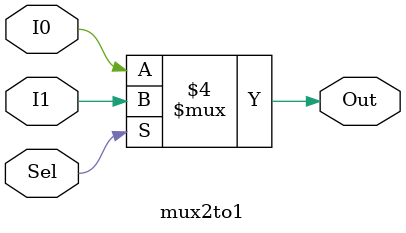
<source format=v>
module mux2to1 (Out, I0, I1, Sel);
	
	input I0, I1, Sel;
	output Out;
	
	reg Out;

	always @(*)
	if (~Sel)
		Out = I0;
	else
		Out = I1;
		
endmodule
</source>
